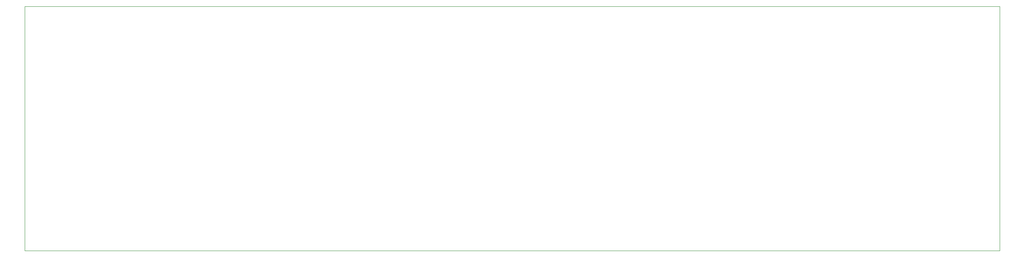
<source format=gbr>
%TF.GenerationSoftware,KiCad,Pcbnew,(6.0.11)*%
%TF.CreationDate,2024-02-23T20:56:01-06:00*%
%TF.ProjectId,StompBox,53746f6d-7042-46f7-982e-6b696361645f,rev?*%
%TF.SameCoordinates,Original*%
%TF.FileFunction,Profile,NP*%
%FSLAX46Y46*%
G04 Gerber Fmt 4.6, Leading zero omitted, Abs format (unit mm)*
G04 Created by KiCad (PCBNEW (6.0.11)) date 2024-02-23 20:56:01*
%MOMM*%
%LPD*%
G01*
G04 APERTURE LIST*
%TA.AperFunction,Profile*%
%ADD10C,0.100000*%
%TD*%
G04 APERTURE END LIST*
D10*
X253000000Y-62000000D02*
X253000000Y-114000000D01*
X46000000Y-62000000D02*
X253000000Y-62000000D01*
X46000000Y-114000000D02*
X46000000Y-62000000D01*
X253000000Y-114000000D02*
X46000000Y-114000000D01*
M02*

</source>
